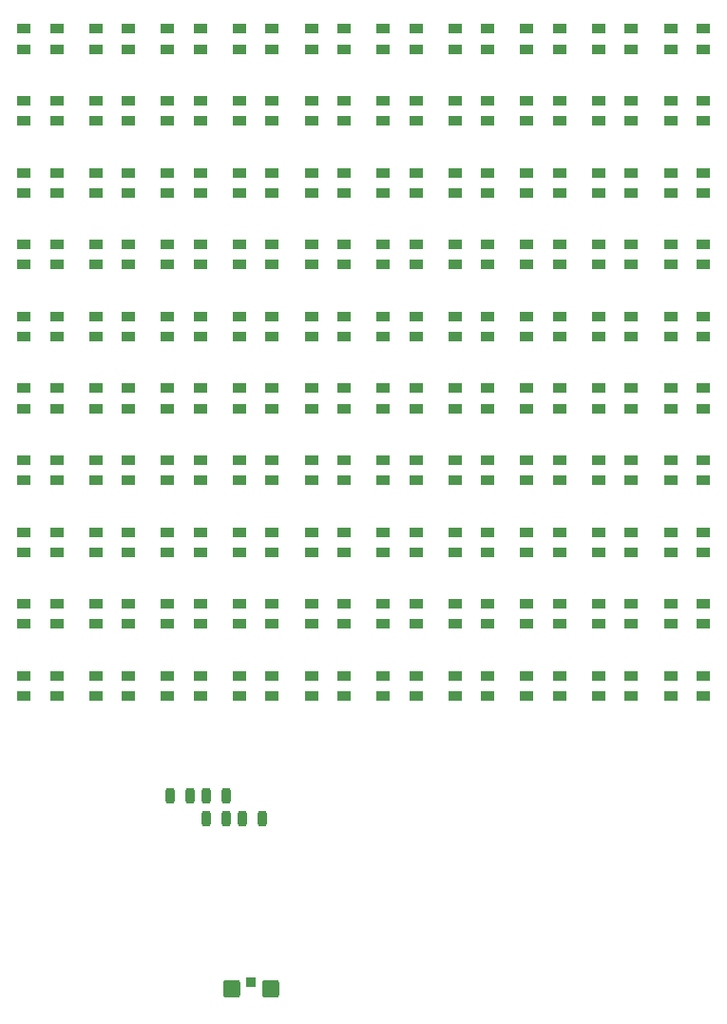
<source format=gtp>
%FSLAX44Y44*%
%MOMM*%
G71*
G04*
G04 #@! TF.SameCoordinates,80543DCF-8C45-4766-8294-206619DBCA83*
G04*
G04*
G04 #@! TF.FilePolarity,Positive*
G04*
G01*
G75*
%ADD13R,1.2000X0.9000*%
G04:AMPARAMS|DCode=14|XSize=1.5mm|YSize=1.5mm|CornerRadius=0.1875mm|HoleSize=0mm|Usage=FLASHONLY|Rotation=270.000|XOffset=0mm|YOffset=0mm|HoleType=Round|Shape=RoundedRectangle|*
%AMROUNDEDRECTD14*
21,1,1.5000,1.1250,0,0,270.0*
21,1,1.1250,1.5000,0,0,270.0*
1,1,0.3750,-0.5625,-0.5625*
1,1,0.3750,-0.5625,0.5625*
1,1,0.3750,0.5625,0.5625*
1,1,0.3750,0.5625,-0.5625*
%
%ADD14ROUNDEDRECTD14*%
G04:AMPARAMS|DCode=15|XSize=0.9mm|YSize=0.9mm|CornerRadius=0.1125mm|HoleSize=0mm|Usage=FLASHONLY|Rotation=270.000|XOffset=0mm|YOffset=0mm|HoleType=Round|Shape=RoundedRectangle|*
%AMROUNDEDRECTD15*
21,1,0.9000,0.6750,0,0,270.0*
21,1,0.6750,0.9000,0,0,270.0*
1,1,0.2250,-0.3375,-0.3375*
1,1,0.2250,-0.3375,0.3375*
1,1,0.2250,0.3375,0.3375*
1,1,0.2250,0.3375,-0.3375*
%
%ADD15ROUNDEDRECTD15*%
G04:AMPARAMS|DCode=16|XSize=1.4mm|YSize=0.8mm|CornerRadius=0.2mm|HoleSize=0mm|Usage=FLASHONLY|Rotation=270.000|XOffset=0mm|YOffset=0mm|HoleType=Round|Shape=RoundedRectangle|*
%AMROUNDEDRECTD16*
21,1,1.4000,0.4000,0,0,270.0*
21,1,1.0000,0.8000,0,0,270.0*
1,1,0.4000,-0.2000,-0.5000*
1,1,0.4000,-0.2000,0.5000*
1,1,0.4000,0.2000,0.5000*
1,1,0.4000,0.2000,-0.5000*
%
%ADD16ROUNDEDRECTD16*%
D13*
X-111495Y296000D02*
D03*
Y278000D02*
D03*
X-140495D02*
D03*
Y296000D02*
D03*
X-367500Y872000D02*
D03*
Y854000D02*
D03*
X-396500D02*
D03*
Y872000D02*
D03*
X-332495Y296000D02*
D03*
Y278000D02*
D03*
X-303495D02*
D03*
Y296000D02*
D03*
X-652500D02*
D03*
Y278000D02*
D03*
X-623500D02*
D03*
Y296000D02*
D03*
X-268495D02*
D03*
Y278000D02*
D03*
X-239495D02*
D03*
Y296000D02*
D03*
X-588495D02*
D03*
Y278000D02*
D03*
X-559495D02*
D03*
Y296000D02*
D03*
X-204495D02*
D03*
Y278000D02*
D03*
X-175495D02*
D03*
Y296000D02*
D03*
X-524495D02*
D03*
Y278000D02*
D03*
X-495495D02*
D03*
Y296000D02*
D03*
X-460495D02*
D03*
Y278000D02*
D03*
X-431495D02*
D03*
Y296000D02*
D03*
X-47500D02*
D03*
Y278000D02*
D03*
X-76500D02*
D03*
Y296000D02*
D03*
X-396495D02*
D03*
Y278000D02*
D03*
X-367495D02*
D03*
Y296000D02*
D03*
X-303500Y360000D02*
D03*
Y342000D02*
D03*
X-332500D02*
D03*
Y360000D02*
D03*
X-303500Y424000D02*
D03*
Y406000D02*
D03*
X-332500D02*
D03*
Y424000D02*
D03*
X-303500Y488000D02*
D03*
Y470000D02*
D03*
X-332500D02*
D03*
Y488000D02*
D03*
X-303500Y552000D02*
D03*
Y534000D02*
D03*
X-332500D02*
D03*
Y552000D02*
D03*
X-303500Y616000D02*
D03*
Y598000D02*
D03*
X-332500D02*
D03*
Y616000D02*
D03*
X-303500Y680000D02*
D03*
Y662000D02*
D03*
X-332500D02*
D03*
Y680000D02*
D03*
X-303500Y744000D02*
D03*
Y726000D02*
D03*
X-332500D02*
D03*
Y744000D02*
D03*
X-303500Y808000D02*
D03*
Y790000D02*
D03*
X-332500D02*
D03*
Y808000D02*
D03*
X-303500Y872000D02*
D03*
Y854000D02*
D03*
X-332500D02*
D03*
Y872000D02*
D03*
X-623500Y360000D02*
D03*
Y342000D02*
D03*
X-652500D02*
D03*
Y360000D02*
D03*
X-623500Y424000D02*
D03*
Y406000D02*
D03*
X-652500D02*
D03*
Y424000D02*
D03*
X-623500Y488000D02*
D03*
Y470000D02*
D03*
X-652500D02*
D03*
Y488000D02*
D03*
X-623500Y552000D02*
D03*
Y534000D02*
D03*
X-652500D02*
D03*
Y552000D02*
D03*
X-623500Y616000D02*
D03*
Y598000D02*
D03*
X-652500D02*
D03*
Y616000D02*
D03*
X-623500Y680000D02*
D03*
Y662000D02*
D03*
X-652500D02*
D03*
Y680000D02*
D03*
X-623500Y744000D02*
D03*
Y726000D02*
D03*
X-652500D02*
D03*
Y744000D02*
D03*
X-623500Y808000D02*
D03*
Y790000D02*
D03*
X-652500D02*
D03*
Y808000D02*
D03*
X-623500Y872000D02*
D03*
Y854000D02*
D03*
X-652500D02*
D03*
Y872000D02*
D03*
X-239500Y360000D02*
D03*
Y342000D02*
D03*
X-268500D02*
D03*
Y360000D02*
D03*
X-239500Y424000D02*
D03*
Y406000D02*
D03*
X-268500D02*
D03*
Y424000D02*
D03*
X-239500Y488000D02*
D03*
Y470000D02*
D03*
X-268500D02*
D03*
Y488000D02*
D03*
X-239500Y552000D02*
D03*
Y534000D02*
D03*
X-268500D02*
D03*
Y552000D02*
D03*
X-239500Y616000D02*
D03*
Y598000D02*
D03*
X-268500D02*
D03*
Y616000D02*
D03*
X-239500Y680000D02*
D03*
Y662000D02*
D03*
X-268500D02*
D03*
Y680000D02*
D03*
X-239500Y744000D02*
D03*
Y726000D02*
D03*
X-268500D02*
D03*
Y744000D02*
D03*
X-239500Y808000D02*
D03*
Y790000D02*
D03*
X-268500D02*
D03*
Y808000D02*
D03*
X-239500Y872000D02*
D03*
Y854000D02*
D03*
X-268500D02*
D03*
Y872000D02*
D03*
X-559500Y360000D02*
D03*
Y342000D02*
D03*
X-588500D02*
D03*
Y360000D02*
D03*
X-559500Y424000D02*
D03*
Y406000D02*
D03*
X-588500D02*
D03*
Y424000D02*
D03*
X-559500Y488000D02*
D03*
Y470000D02*
D03*
X-588500D02*
D03*
Y488000D02*
D03*
X-559500Y552000D02*
D03*
Y534000D02*
D03*
X-588500D02*
D03*
Y552000D02*
D03*
X-559500Y616000D02*
D03*
Y598000D02*
D03*
X-588500D02*
D03*
Y616000D02*
D03*
X-559500Y680000D02*
D03*
Y662000D02*
D03*
X-588500D02*
D03*
Y680000D02*
D03*
X-559500Y744000D02*
D03*
Y726000D02*
D03*
X-588500D02*
D03*
Y744000D02*
D03*
X-559500Y808000D02*
D03*
Y790000D02*
D03*
X-588500D02*
D03*
Y808000D02*
D03*
X-559500Y872000D02*
D03*
Y854000D02*
D03*
X-588500D02*
D03*
Y872000D02*
D03*
X-175500Y360000D02*
D03*
Y342000D02*
D03*
X-204500D02*
D03*
Y360000D02*
D03*
X-175505Y424000D02*
D03*
Y406000D02*
D03*
X-204505D02*
D03*
Y424000D02*
D03*
X-175500Y488000D02*
D03*
Y470000D02*
D03*
X-204500D02*
D03*
Y488000D02*
D03*
X-175500Y552000D02*
D03*
Y534000D02*
D03*
X-204500D02*
D03*
Y552000D02*
D03*
X-175500Y616000D02*
D03*
Y598000D02*
D03*
X-204500D02*
D03*
Y616000D02*
D03*
X-175500Y680000D02*
D03*
Y662000D02*
D03*
X-204500D02*
D03*
Y680000D02*
D03*
X-175500Y744000D02*
D03*
Y726000D02*
D03*
X-204500D02*
D03*
Y744000D02*
D03*
X-175500Y808000D02*
D03*
Y790000D02*
D03*
X-204500D02*
D03*
Y808000D02*
D03*
X-175500Y872000D02*
D03*
Y854000D02*
D03*
X-204500D02*
D03*
Y872000D02*
D03*
X-495500Y360000D02*
D03*
Y342000D02*
D03*
X-524500D02*
D03*
Y360000D02*
D03*
X-495500Y424000D02*
D03*
Y406000D02*
D03*
X-524500D02*
D03*
Y424000D02*
D03*
X-495500Y488000D02*
D03*
Y470000D02*
D03*
X-524500D02*
D03*
Y488000D02*
D03*
X-495500Y552000D02*
D03*
Y534000D02*
D03*
X-524500D02*
D03*
Y552000D02*
D03*
X-495500Y616000D02*
D03*
Y598000D02*
D03*
X-524500D02*
D03*
Y616000D02*
D03*
X-495500Y680000D02*
D03*
Y662000D02*
D03*
X-524500D02*
D03*
Y680000D02*
D03*
X-495500Y744000D02*
D03*
Y726000D02*
D03*
X-524500D02*
D03*
Y744000D02*
D03*
X-495500Y808000D02*
D03*
Y790000D02*
D03*
X-524500D02*
D03*
Y808000D02*
D03*
X-495500Y872000D02*
D03*
Y854000D02*
D03*
X-524500D02*
D03*
Y872000D02*
D03*
X-111500Y360000D02*
D03*
Y342000D02*
D03*
X-140500D02*
D03*
Y360000D02*
D03*
X-111500Y424000D02*
D03*
Y406000D02*
D03*
X-140500D02*
D03*
Y424000D02*
D03*
X-111500Y488000D02*
D03*
Y470000D02*
D03*
X-140500D02*
D03*
Y488000D02*
D03*
X-111500Y552000D02*
D03*
Y534000D02*
D03*
X-140500D02*
D03*
Y552000D02*
D03*
X-111500Y616000D02*
D03*
Y598000D02*
D03*
X-140500D02*
D03*
Y616000D02*
D03*
X-111500Y680000D02*
D03*
Y662000D02*
D03*
X-140500D02*
D03*
Y680000D02*
D03*
X-111500Y744000D02*
D03*
Y726000D02*
D03*
X-140500D02*
D03*
Y744000D02*
D03*
X-111500Y808000D02*
D03*
Y790000D02*
D03*
X-140500D02*
D03*
Y808000D02*
D03*
X-111500Y872000D02*
D03*
Y854000D02*
D03*
X-140500D02*
D03*
Y872000D02*
D03*
X-431500Y360000D02*
D03*
Y342000D02*
D03*
X-460500D02*
D03*
Y360000D02*
D03*
X-431500Y424000D02*
D03*
Y406000D02*
D03*
X-460500D02*
D03*
Y424000D02*
D03*
X-431500Y488000D02*
D03*
Y470000D02*
D03*
X-460500D02*
D03*
Y488000D02*
D03*
X-431500Y552000D02*
D03*
Y534000D02*
D03*
X-460500D02*
D03*
Y552000D02*
D03*
X-431500Y616000D02*
D03*
Y598000D02*
D03*
X-460500D02*
D03*
Y616000D02*
D03*
X-431500Y680000D02*
D03*
Y662000D02*
D03*
X-460500D02*
D03*
Y680000D02*
D03*
X-431500Y744000D02*
D03*
Y726000D02*
D03*
X-460500D02*
D03*
Y744000D02*
D03*
X-431500Y808000D02*
D03*
Y790000D02*
D03*
X-460500D02*
D03*
Y808000D02*
D03*
X-431500Y872000D02*
D03*
Y854000D02*
D03*
X-460500D02*
D03*
Y872000D02*
D03*
X-47500Y360000D02*
D03*
Y342000D02*
D03*
X-76500D02*
D03*
Y360000D02*
D03*
X-47500Y424000D02*
D03*
Y406000D02*
D03*
X-76500D02*
D03*
Y424000D02*
D03*
X-47500Y488000D02*
D03*
Y470000D02*
D03*
X-76500D02*
D03*
Y488000D02*
D03*
X-47500Y552000D02*
D03*
Y534000D02*
D03*
X-76500D02*
D03*
Y552000D02*
D03*
X-47500Y616000D02*
D03*
Y598000D02*
D03*
X-76500D02*
D03*
Y616000D02*
D03*
X-47500Y680000D02*
D03*
Y662000D02*
D03*
X-76500D02*
D03*
Y680000D02*
D03*
X-47500Y744000D02*
D03*
Y726000D02*
D03*
X-76500D02*
D03*
Y744000D02*
D03*
X-47500Y808000D02*
D03*
Y790000D02*
D03*
X-76500D02*
D03*
Y808000D02*
D03*
X-47500Y872000D02*
D03*
Y854000D02*
D03*
X-76500D02*
D03*
Y872000D02*
D03*
X-367500Y360000D02*
D03*
Y342000D02*
D03*
X-396500D02*
D03*
Y360000D02*
D03*
X-367500Y424000D02*
D03*
Y406000D02*
D03*
X-396500D02*
D03*
Y424000D02*
D03*
X-367500Y488000D02*
D03*
Y470000D02*
D03*
X-396500D02*
D03*
Y488000D02*
D03*
X-367500Y552000D02*
D03*
Y534000D02*
D03*
X-396500D02*
D03*
Y552000D02*
D03*
X-367500Y616000D02*
D03*
Y598000D02*
D03*
X-396500D02*
D03*
Y616000D02*
D03*
X-367500Y680000D02*
D03*
Y662000D02*
D03*
X-396500D02*
D03*
Y680000D02*
D03*
X-367500Y744000D02*
D03*
Y726000D02*
D03*
X-396500D02*
D03*
Y744000D02*
D03*
X-367500Y808000D02*
D03*
Y790000D02*
D03*
X-396500D02*
D03*
Y808000D02*
D03*
D14*
X-432500Y17000D02*
D03*
X-467500D02*
D03*
D15*
X-450000Y23500D02*
D03*
D16*
X-504750Y189500D02*
D03*
X-522750D02*
D03*
X-458250Y169000D02*
D03*
X-440250D02*
D03*
X-490500D02*
D03*
X-472500D02*
D03*
X-472500Y189500D02*
D03*
X-490500D02*
D03*
M02*

</source>
